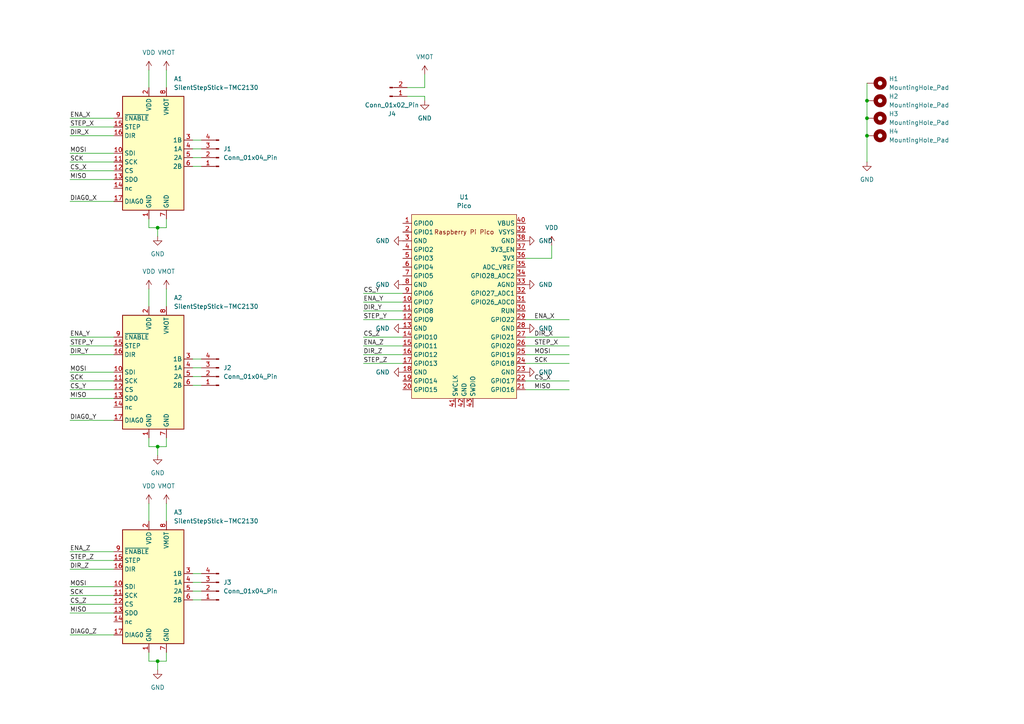
<source format=kicad_sch>
(kicad_sch (version 20250114) (generator "eeschema") (generator_version "9.0")
  (paper "A4")
  (lib_symbols
    (symbol "Connector:Conn_01x02_Pin" (pin_names (offset 1.016) (hide yes))
      (property "Reference" "J" (at 0 2.54 0))
      (property "Value" "Conn_01x02_Pin" (at 0 -5.08 0))
      (symbol "Conn_01x02_Pin_1_1"
        (rectangle (start 0.8636 0.127) (end 0 -0.127) (stroke (width 0.1524)) (fill (type outline)))
        (rectangle (start 0.8636 -2.413) (end 0 -2.667) (stroke (width 0.1524)) (fill (type outline)))
        (polyline (pts (xy 1.27 0) (xy 0.8636 0)) (stroke (width 0.1524)))
        (polyline (pts (xy 1.27 -2.54) (xy 0.8636 -2.54)) (stroke (width 0.1524)))
        (pin passive line (at 5.08 0 180) (length 3.81) (name "Pin_1") (number "1"))
        (pin passive line (at 5.08 -2.54 180) (length 3.81) (name "Pin_2") (number "2"))
      )
    )
    (symbol "Connector:Conn_01x04_Pin" (pin_names (offset 1.016) (hide yes))
      (property "Reference" "J" (at 0 5.08 0))
      (property "Value" "Conn_01x04_Pin" (at 0 -7.62 0))
      (symbol "Conn_01x04_Pin_1_1"
        (rectangle (start 0.8636 2.667) (end 0 2.413) (stroke (width 0.1524)) (fill (type outline)))
        (rectangle (start 0.8636 0.127) (end 0 -0.127) (stroke (width 0.1524)) (fill (type outline)))
        (rectangle (start 0.8636 -2.413) (end 0 -2.667) (stroke (width 0.1524)) (fill (type outline)))
        (rectangle (start 0.8636 -4.953) (end 0 -5.207) (stroke (width 0.1524)) (fill (type outline)))
        (polyline (pts (xy 1.27 2.54) (xy 0.8636 2.54)) (stroke (width 0.1524)))
        (polyline (pts (xy 1.27 0) (xy 0.8636 0)) (stroke (width 0.1524)))
        (polyline (pts (xy 1.27 -2.54) (xy 0.8636 -2.54)) (stroke (width 0.1524)))
        (polyline (pts (xy 1.27 -5.08) (xy 0.8636 -5.08)) (stroke (width 0.1524)))
        (pin passive line (at 5.08 2.54 180) (length 3.81) (name "Pin_1") (number "1"))
        (pin passive line (at 5.08 0 180) (length 3.81) (name "Pin_2") (number "2"))
        (pin passive line (at 5.08 -2.54 180) (length 3.81) (name "Pin_3") (number "3"))
        (pin passive line (at 5.08 -5.08 180) (length 3.81) (name "Pin_4") (number "4"))
      )
    )
    (symbol "Mechanical:MountingHole_Pad" (pin_numbers (hide yes)) (pin_names (offset 1.016) (hide yes)) (exclude_from_sim yes) (in_bom no)
      (property "Reference" "H" (at 0 6.35 0))
      (property "Value" "MountingHole_Pad" (at 0 4.445 0))
      (symbol "MountingHole_Pad_0_1"
        (circle (center 0 1.27) (radius 1.27) (stroke (width 1.27)))
      )
      (symbol "MountingHole_Pad_1_1"
        (pin input line (at 0 -2.54 90) (length 2.54) (name "1") (number "1"))
      )
    )
    (symbol "pico:Pico"
      (property "Reference" "U" (at -13.97 27.94 0))
      (property "Value" "Pico" (at 0 19.05 0))
      (symbol "Pico_0_0"
        (text "Raspberry Pi Pico" (at 0 21.59 0) (effects (font (size 1.27 1.27))))
      )
      (symbol "Pico_0_1"
        (rectangle (start -15.24 26.67) (end 15.24 -26.67) (fill (type background)))
      )
      (symbol "Pico_1_1"
        (pin bidirectional line (at -17.78 24.13 0) (length 2.54) (name "GPIO0") (number "1"))
        (pin bidirectional line (at -17.78 21.59 0) (length 2.54) (name "GPIO1") (number "2"))
        (pin power_in line (at -17.78 19.05 0) (length 2.54) (name "GND") (number "3"))
        (pin bidirectional line (at -17.78 16.51 0) (length 2.54) (name "GPIO2") (number "4"))
        (pin bidirectional line (at -17.78 13.97 0) (length 2.54) (name "GPIO3") (number "5"))
        (pin bidirectional line (at -17.78 11.43 0) (length 2.54) (name "GPIO4") (number "6"))
        (pin bidirectional line (at -17.78 8.89 0) (length 2.54) (name "GPIO5") (number "7"))
        (pin power_in line (at -17.78 6.35 0) (length 2.54) (name "GND") (number "8"))
        (pin bidirectional line (at -17.78 3.81 0) (length 2.54) (name "GPIO6") (number "9"))
        (pin bidirectional line (at -17.78 1.27 0) (length 2.54) (name "GPIO7") (number "10"))
        (pin bidirectional line (at -17.78 -1.27 0) (length 2.54) (name "GPIO8") (number "11"))
        (pin bidirectional line (at -17.78 -3.81 0) (length 2.54) (name "GPIO9") (number "12"))
        (pin power_in line (at -17.78 -6.35 0) (length 2.54) (name "GND") (number "13"))
        (pin bidirectional line (at -17.78 -8.89 0) (length 2.54) (name "GPIO10") (number "14"))
        (pin bidirectional line (at -17.78 -11.43 0) (length 2.54) (name "GPIO11") (number "15"))
        (pin bidirectional line (at -17.78 -13.97 0) (length 2.54) (name "GPIO12") (number "16"))
        (pin bidirectional line (at -17.78 -16.51 0) (length 2.54) (name "GPIO13") (number "17"))
        (pin power_in line (at -17.78 -19.05 0) (length 2.54) (name "GND") (number "18"))
        (pin bidirectional line (at -17.78 -21.59 0) (length 2.54) (name "GPIO14") (number "19"))
        (pin bidirectional line (at -17.78 -24.13 0) (length 2.54) (name "GPIO15") (number "20"))
        (pin input line (at -2.54 -29.21 90) (length 2.54) (name "SWCLK") (number "41"))
        (pin power_in line (at 0 -29.21 90) (length 2.54) (name "GND") (number "42"))
        (pin bidirectional line (at 2.54 -29.21 90) (length 2.54) (name "SWDIO") (number "43"))
        (pin power_in line (at 17.78 24.13 180) (length 2.54) (name "VBUS") (number "40"))
        (pin power_in line (at 17.78 21.59 180) (length 2.54) (name "VSYS") (number "39"))
        (pin bidirectional line (at 17.78 19.05 180) (length 2.54) (name "GND") (number "38"))
        (pin input line (at 17.78 16.51 180) (length 2.54) (name "3V3_EN") (number "37"))
        (pin power_in line (at 17.78 13.97 180) (length 2.54) (name "3V3") (number "36"))
        (pin power_in line (at 17.78 11.43 180) (length 2.54) (name "ADC_VREF") (number "35"))
        (pin bidirectional line (at 17.78 8.89 180) (length 2.54) (name "GPIO28_ADC2") (number "34"))
        (pin power_in line (at 17.78 6.35 180) (length 2.54) (name "AGND") (number "33"))
        (pin bidirectional line (at 17.78 3.81 180) (length 2.54) (name "GPIO27_ADC1") (number "32"))
        (pin bidirectional line (at 17.78 1.27 180) (length 2.54) (name "GPIO26_ADC0") (number "31"))
        (pin input line (at 17.78 -1.27 180) (length 2.54) (name "RUN") (number "30"))
        (pin bidirectional line (at 17.78 -3.81 180) (length 2.54) (name "GPIO22") (number "29"))
        (pin power_in line (at 17.78 -6.35 180) (length 2.54) (name "GND") (number "28"))
        (pin bidirectional line (at 17.78 -8.89 180) (length 2.54) (name "GPIO21") (number "27"))
        (pin bidirectional line (at 17.78 -11.43 180) (length 2.54) (name "GPIO20") (number "26"))
        (pin bidirectional line (at 17.78 -13.97 180) (length 2.54) (name "GPIO19") (number "25"))
        (pin bidirectional line (at 17.78 -16.51 180) (length 2.54) (name "GPIO18") (number "24"))
        (pin power_in line (at 17.78 -19.05 180) (length 2.54) (name "GND") (number "23"))
        (pin bidirectional line (at 17.78 -21.59 180) (length 2.54) (name "GPIO17") (number "22"))
        (pin bidirectional line (at 17.78 -24.13 180) (length 2.54) (name "GPIO16") (number "21"))
      )
    )
    (symbol "power:GND" (power) (pin_numbers (hide yes)) (pin_names (offset 0) (hide yes))
      (property "Value" "GND" (at 0 -3.81 0))
      (symbol "GND_0_1"
        (polyline (pts (xy 0 0) (xy 0 -1.27) (xy 1.27 -1.27) (xy 0 -2.54) (xy -1.27 -1.27) (xy 0 -1.27)))
      )
      (symbol "GND_1_1"
        (pin power_in line (at 0 0 270) (length 0) (name "~") (number "1"))
      )
    )
    (symbol "power:VBUS" (power) (pin_numbers (hide yes)) (pin_names (offset 0) (hide yes))
      (property "Value" "VBUS" (at 0 3.556 0))
      (symbol "VBUS_0_1"
        (polyline (pts (xy -0.762 1.27) (xy 0 2.54)))
        (polyline (pts (xy 0 2.54) (xy 0.762 1.27)))
        (polyline (pts (xy 0 0) (xy 0 2.54)))
      )
      (symbol "VBUS_1_1"
        (pin power_in line (at 0 0 90) (length 0) (name "~") (number "1"))
      )
    )
    (symbol "power:VDD" (power) (pin_numbers (hide yes)) (pin_names (offset 0) (hide yes))
      (property "Value" "VDD" (at 0 3.556 0))
      (symbol "VDD_0_1"
        (polyline (pts (xy -0.762 1.27) (xy 0 2.54)))
        (polyline (pts (xy 0 2.54) (xy 0.762 1.27)))
        (polyline (pts (xy 0 0) (xy 0 2.54)))
      )
      (symbol "VDD_1_1"
        (pin power_in line (at 0 0 90) (length 0) (name "~") (number "1"))
      )
    )
    (symbol "stepper_laas:Pololu_Breakout_A4988_1"
      (property "Reference" "A1" (at 7.2741 20.32 0))
      (property "Value" "SilentStepStick-TMC2130" (at -26.67 18.796 0))
      (symbol "Pololu_Breakout_A4988_1_0_1"
        (rectangle (start -7.62 15.24) (end 10.16 -17.78) (stroke (width 0.254)) (fill (type background)))
      )
      (symbol "Pololu_Breakout_A4988_1_1_1"
        (pin input line (at -10.16 8.89 0) (length 2.54) (name "~{ENABLE}") (number "9"))
        (pin input line (at -10.16 6.35 0) (length 2.54) (name "STEP") (number "15"))
        (pin input line (at -10.16 3.81 0) (length 2.54) (name "DIR") (number "16"))
        (pin input line (at -10.16 -1.27 0) (length 2.54) (name "SDI") (number "10"))
        (pin input line (at -10.16 -3.81 0) (length 2.54) (name "SCK") (number "11"))
        (pin input line (at -10.16 -6.35 0) (length 2.54) (name "CS") (number "12"))
        (pin input line (at -10.16 -8.89 0) (length 2.54) (name "SDO") (number "13"))
        (pin free line (at -10.16 -11.43 0) (length 2.54) (name "nc") (number "14"))
        (pin output line (at -10.16 -15.24 0) (length 2.54) (name "DIAG0") (number "17"))
        (pin power_in line (at 0 17.78 270) (length 2.54) (name "VDD") (number "2"))
        (pin power_in line (at 0 -20.32 90) (length 2.54) (name "GND") (number "1"))
        (pin power_in line (at 5.08 17.78 270) (length 2.54) (name "VMOT") (number "8"))
        (pin power_in line (at 5.08 -20.32 90) (length 2.54) (name "GND") (number "7"))
        (pin output line (at 12.7 2.54 180) (length 2.54) (name "1B") (number "3"))
        (pin output line (at 12.7 0 180) (length 2.54) (name "1A") (number "4"))
        (pin output line (at 12.7 -2.54 180) (length 2.54) (name "2A") (number "5"))
        (pin output line (at 12.7 -5.08 180) (length 2.54) (name "2B") (number "6"))
      )
    )
  )
  (junction (at 45.72 129.54))
  (junction (at 251.46 34.29))
  (junction (at 45.72 191.77))
  (junction (at 45.72 66.04))
  (junction (at 251.46 39.37))
  (junction (at 251.46 29.21))
  (wire (pts (xy 43.18 189.23) (xy 43.18 191.77)))
  (wire (pts (xy 20.32 58.42) (xy 33.02 58.42)))
  (wire (pts (xy 105.41 85.09) (xy 116.84 85.09)))
  (wire (pts (xy 45.72 191.77) (xy 48.26 191.77)))
  (wire (pts (xy 20.32 113.03) (xy 33.02 113.03)))
  (wire (pts (xy 123.19 27.94) (xy 123.19 29.21)))
  (wire (pts (xy 48.26 66.04) (xy 48.26 63.5)))
  (wire (pts (xy 20.32 184.15) (xy 33.02 184.15)))
  (wire (pts (xy 20.32 175.26) (xy 33.02 175.26)))
  (wire (pts (xy 105.41 92.71) (xy 116.84 92.71)))
  (wire (pts (xy 20.32 160.02) (xy 33.02 160.02)))
  (wire (pts (xy 20.32 52.07) (xy 33.02 52.07)))
  (wire (pts (xy 20.32 121.92) (xy 33.02 121.92)))
  (wire (pts (xy 152.4 74.93) (xy 160.02 74.93)))
  (wire (pts (xy 48.26 129.54) (xy 48.26 127)))
  (wire (pts (xy 152.4 105.41) (xy 165.1 105.41)))
  (wire (pts (xy 43.18 191.77) (xy 45.72 191.77)))
  (wire (pts (xy 48.26 191.77) (xy 48.26 189.23)))
  (wire (pts (xy 20.32 39.37) (xy 33.02 39.37)))
  (wire (pts (xy 160.02 74.93) (xy 160.02 71.12)))
  (wire (pts (xy 20.32 170.18) (xy 33.02 170.18)))
  (wire (pts (xy 105.41 105.41) (xy 116.84 105.41)))
  (wire (pts (xy 45.72 191.77) (xy 45.72 194.31)))
  (wire (pts (xy 20.32 115.57) (xy 33.02 115.57)))
  (wire (pts (xy 20.32 165.1) (xy 33.02 165.1)))
  (wire (pts (xy 55.88 168.91) (xy 58.42 168.91)))
  (wire (pts (xy 251.46 24.13) (xy 251.46 29.21)))
  (wire (pts (xy 20.32 46.99) (xy 33.02 46.99)))
  (wire (pts (xy 152.4 97.79) (xy 165.1 97.79)))
  (wire (pts (xy 152.4 92.71) (xy 165.1 92.71)))
  (wire (pts (xy 105.41 97.79) (xy 116.84 97.79)))
  (wire (pts (xy 20.32 44.45) (xy 33.02 44.45)))
  (wire (pts (xy 55.88 171.45) (xy 58.42 171.45)))
  (wire (pts (xy 48.26 146.05) (xy 48.26 151.13)))
  (wire (pts (xy 20.32 34.29) (xy 33.02 34.29)))
  (wire (pts (xy 20.32 172.72) (xy 33.02 172.72)))
  (wire (pts (xy 251.46 34.29) (xy 251.46 39.37)))
  (wire (pts (xy 105.41 90.17) (xy 116.84 90.17)))
  (wire (pts (xy 20.32 36.83) (xy 33.02 36.83)))
  (wire (pts (xy 55.88 166.37) (xy 58.42 166.37)))
  (wire (pts (xy 45.72 66.04) (xy 48.26 66.04)))
  (wire (pts (xy 20.32 110.49) (xy 33.02 110.49)))
  (wire (pts (xy 105.41 100.33) (xy 116.84 100.33)))
  (wire (pts (xy 55.88 104.14) (xy 58.42 104.14)))
  (wire (pts (xy 105.41 87.63) (xy 116.84 87.63)))
  (wire (pts (xy 55.88 45.72) (xy 58.42 45.72)))
  (wire (pts (xy 251.46 29.21) (xy 251.46 34.29)))
  (wire (pts (xy 48.26 83.82) (xy 48.26 88.9)))
  (wire (pts (xy 55.88 111.76) (xy 58.42 111.76)))
  (wire (pts (xy 45.72 129.54) (xy 48.26 129.54)))
  (wire (pts (xy 251.46 39.37) (xy 251.46 46.99)))
  (wire (pts (xy 20.32 107.95) (xy 33.02 107.95)))
  (wire (pts (xy 20.32 177.8) (xy 33.02 177.8)))
  (wire (pts (xy 45.72 66.04) (xy 45.72 68.58)))
  (wire (pts (xy 55.88 40.64) (xy 58.42 40.64)))
  (wire (pts (xy 55.88 48.26) (xy 58.42 48.26)))
  (wire (pts (xy 118.11 27.94) (xy 123.19 27.94)))
  (wire (pts (xy 152.4 113.03) (xy 165.1 113.03)))
  (wire (pts (xy 118.11 25.4) (xy 123.19 25.4)))
  (wire (pts (xy 55.88 173.99) (xy 58.42 173.99)))
  (wire (pts (xy 152.4 102.87) (xy 165.1 102.87)))
  (wire (pts (xy 55.88 43.18) (xy 58.42 43.18)))
  (wire (pts (xy 43.18 20.32) (xy 43.18 25.4)))
  (wire (pts (xy 45.72 129.54) (xy 45.72 132.08)))
  (wire (pts (xy 48.26 20.32) (xy 48.26 25.4)))
  (wire (pts (xy 20.32 162.56) (xy 33.02 162.56)))
  (wire (pts (xy 20.32 102.87) (xy 33.02 102.87)))
  (wire (pts (xy 55.88 106.68) (xy 58.42 106.68)))
  (wire (pts (xy 152.4 110.49) (xy 165.1 110.49)))
  (wire (pts (xy 43.18 127) (xy 43.18 129.54)))
  (wire (pts (xy 20.32 49.53) (xy 33.02 49.53)))
  (wire (pts (xy 152.4 100.33) (xy 165.1 100.33)))
  (wire (pts (xy 55.88 109.22) (xy 58.42 109.22)))
  (wire (pts (xy 123.19 25.4) (xy 123.19 21.59)))
  (wire (pts (xy 43.18 66.04) (xy 45.72 66.04)))
  (wire (pts (xy 20.32 97.79) (xy 33.02 97.79)))
  (wire (pts (xy 43.18 146.05) (xy 43.18 151.13)))
  (wire (pts (xy 20.32 100.33) (xy 33.02 100.33)))
  (wire (pts (xy 105.41 102.87) (xy 116.84 102.87)))
  (wire (pts (xy 43.18 129.54) (xy 45.72 129.54)))
  (wire (pts (xy 43.18 63.5) (xy 43.18 66.04)))
  (wire (pts (xy 43.18 83.82) (xy 43.18 88.9)))
  (label "STEP_X" (at 154.94 100.33 0))
  (label "DIR_X" (at 20.32 39.37 0))
  (label "DIR_X" (at 154.94 97.79 0))
  (label "DIR_Y" (at 20.32 102.87 0))
  (label "MOSI" (at 20.32 170.18 0))
  (label "MISO" (at 154.94 113.03 0))
  (label "ENA_Y" (at 105.41 87.63 0))
  (label "ENA_Z" (at 105.41 100.33 0))
  (label "STEP_X" (at 20.32 36.83 0))
  (label "CS_Z" (at 105.41 97.79 0))
  (label "MOSI" (at 20.32 44.45 0))
  (label "SCK" (at 20.32 46.99 0))
  (label "DIR_Z" (at 105.41 102.87 0))
  (label "DIAG0_Z" (at 20.32 184.15 0))
  (label "ENA_X" (at 154.94 92.71 0))
  (label "SCK" (at 154.94 105.41 0))
  (label "CS_Y" (at 20.32 113.03 0))
  (label "STEP_Y" (at 105.41 92.71 0))
  (label "MISO" (at 20.32 52.07 0))
  (label "SCK" (at 20.32 110.49 0))
  (label "DIAG0_Y" (at 20.32 121.92 0))
  (label "SCK" (at 20.32 172.72 0))
  (label "ENA_Z" (at 20.32 160.02 0))
  (label "DIR_Y" (at 105.41 90.17 0))
  (label "DIR_Z" (at 20.32 165.1 0))
  (label "ENA_X" (at 20.32 34.29 0))
  (label "STEP_Y" (at 20.32 100.33 0))
  (label "CS_X" (at 154.94 110.49 0))
  (label "DIAG0_X" (at 20.32 58.42 0))
  (label "ENA_Y" (at 20.32 97.79 0))
  (label "MISO" (at 20.32 177.8 0))
  (label "CS_Z" (at 20.32 175.26 0))
  (label "MOSI" (at 20.32 107.95 0))
  (label "STEP_Z" (at 105.41 105.41 0))
  (label "STEP_Z" (at 20.32 162.56 0))
  (label "MISO" (at 20.32 115.57 0))
  (label "CS_X" (at 20.32 49.53 0))
  (label "CS_Y" (at 105.41 85.09 0))
  (label "MOSI" (at 154.94 102.87 0))
  (symbol (lib_id "power:VDD") (at 43.18 83.82 0) (unit 1)
    (property "Reference" "#PWR04" (effects (hide yes)))
    (property "Value" "VDD" (at 43.18 78.74 0))
    (property "Description" "Power symbol creates a global label with name \"VDD\"" (effects (hide yes)))
  )
  (symbol (lib_id "power:GND") (at 152.4 107.95 90) (unit 1)
    (property "Reference" "#PWR021" (effects (hide yes)))
    (property "Value" "GND" (at 156.21 107.9499 90) (effects (justify right)))
    (property "Description" "Power symbol creates a global label with name \"GND\" , ground" (effects (hide yes)))
  )
  (symbol (lib_id "Mechanical:MountingHole_Pad") (at 254 29.21 270) (unit 1) (exclude_from_sim yes) (in_bom no)
    (property "Reference" "H2" (at 257.81 27.9399 90) (effects (justify left)))
    (property "Value" "MountingHole_Pad" (at 257.81 30.4799 90) (effects (justify left)))
    (property "Footprint" "MountingHole:MountingHole_2.5mm_Pad_TopBottom" (effects (hide yes)))
    (property "Description" "Mounting Hole with connection" (effects (hide yes)))
  )
  (symbol (lib_id "power:VBUS") (at 48.26 20.32 0) (unit 1)
    (property "Reference" "#PWR02" (effects (hide yes)))
    (property "Value" "VMOT" (at 48.26 15.24 0))
    (property "Description" "Power symbol creates a global label with name \"VBUS\"" (effects (hide yes)))
  )
  (symbol (lib_id "stepper_laas:Pololu_Breakout_A4988_1") (at 43.18 106.68 0) (unit 1)
    (property "Reference" "A2" (at 50.4033 86.36 0) (effects (justify left)))
    (property "Value" "SilentStepStick-TMC2130" (at 50.4033 88.9 0) (effects (justify left)))
    (property "Footprint" "Module:Pololu_Breakout-16_15.2x20.3mm" (effects (hide yes)))
    (property "Description" "SilentStepStick-TMC2130" (effects (hide yes)))
  )
  (symbol (lib_id "Connector:Conn_01x04_Pin") (at 63.5 171.45 180) (unit 1)
    (property "Reference" "J3" (at 64.77 168.9099 0) (effects (justify right)))
    (property "Value" "Conn_01x04_Pin" (at 64.77 171.4499 0) (effects (justify right)))
    (property "Footprint" "Connector_JST:JST_EH_B4B-EH-A_1x04_P2.50mm_Vertical" (effects (hide yes)))
    (property "Description" "Generic connector, single row, 01x04, script generated" (effects (hide yes)))
  )
  (symbol (lib_id "stepper_laas:Pololu_Breakout_A4988_1") (at 43.18 168.91 0) (unit 1)
    (property "Reference" "A3" (at 50.4033 148.59 0) (effects (justify left)))
    (property "Value" "SilentStepStick-TMC2130" (at 50.4033 151.13 0) (effects (justify left)))
    (property "Footprint" "Module:Pololu_Breakout-16_15.2x20.3mm" (effects (hide yes)))
    (property "Description" "SilentStepStick-TMC2130" (effects (hide yes)))
  )
  (symbol (lib_id "Connector:Conn_01x02_Pin") (at 113.03 27.94 0) (mirror x) (unit 1)
    (property "Reference" "J4" (at 113.665 33.02 0))
    (property "Value" "Conn_01x02_Pin" (at 113.665 30.48 0))
    (property "Footprint" "Connector_AMASS:AMASS_XT30PW-M_1x02_P2.50mm_Horizontal" (effects (hide yes)))
    (property "Description" "Generic connector, single row, 01x02, script generated" (effects (hide yes)))
  )
  (symbol (lib_id "power:VBUS") (at 48.26 146.05 0) (unit 1)
    (property "Reference" "#PWR09" (effects (hide yes)))
    (property "Value" "VMOT" (at 48.26 140.97 0))
    (property "Description" "Power symbol creates a global label with name \"VBUS\"" (effects (hide yes)))
  )
  (symbol (lib_id "power:VBUS") (at 48.26 83.82 0) (unit 1)
    (property "Reference" "#PWR06" (effects (hide yes)))
    (property "Value" "VMOT" (at 48.26 78.74 0))
    (property "Description" "Power symbol creates a global label with name \"VBUS\"" (effects (hide yes)))
  )
  (symbol (lib_id "power:GND") (at 45.72 68.58 0) (unit 1)
    (property "Reference" "#PWR01" (effects (hide yes)))
    (property "Value" "GND" (at 45.72 73.66 0))
    (property "Description" "Power symbol creates a global label with name \"GND\" , ground" (effects (hide yes)))
  )
  (symbol (lib_id "power:VBUS") (at 123.19 21.59 0) (unit 1)
    (property "Reference" "#PWR011" (effects (hide yes)))
    (property "Value" "VMOT" (at 123.19 16.51 0))
    (property "Description" "Power symbol creates a global label with name \"VBUS\"" (effects (hide yes)))
  )
  (symbol (lib_id "Mechanical:MountingHole_Pad") (at 254 24.13 270) (unit 1) (exclude_from_sim yes) (in_bom no)
    (property "Reference" "H1" (at 257.81 22.8599 90) (effects (justify left)))
    (property "Value" "MountingHole_Pad" (at 257.81 25.3999 90) (effects (justify left)))
    (property "Footprint" "MountingHole:MountingHole_2.5mm_Pad_TopBottom" (effects (hide yes)))
    (property "Description" "Mounting Hole with connection" (effects (hide yes)))
  )
  (symbol (lib_id "power:GND") (at 152.4 69.85 90) (unit 1)
    (property "Reference" "#PWR015" (effects (hide yes)))
    (property "Value" "GND" (at 156.21 69.8499 90) (effects (justify right)))
    (property "Description" "Power symbol creates a global label with name \"GND\" , ground" (effects (hide yes)))
  )
  (symbol (lib_id "power:GND") (at 116.84 107.95 270) (unit 1)
    (property "Reference" "#PWR019" (effects (hide yes)))
    (property "Value" "GND" (at 113.03 107.9499 90) (effects (justify right)))
    (property "Description" "Power symbol creates a global label with name \"GND\" , ground" (effects (hide yes)))
  )
  (symbol (lib_id "power:VDD") (at 43.18 146.05 0) (unit 1)
    (property "Reference" "#PWR07" (effects (hide yes)))
    (property "Value" "VDD" (at 43.18 140.97 0))
    (property "Description" "Power symbol creates a global label with name \"VDD\"" (effects (hide yes)))
  )
  (symbol (lib_id "power:GND") (at 45.72 194.31 0) (unit 1)
    (property "Reference" "#PWR08" (effects (hide yes)))
    (property "Value" "GND" (at 45.72 199.39 0))
    (property "Description" "Power symbol creates a global label with name \"GND\" , ground" (effects (hide yes)))
  )
  (symbol (lib_id "power:VDD") (at 160.02 71.12 0) (unit 1)
    (property "Reference" "#PWR010" (effects (hide yes)))
    (property "Value" "VDD" (at 160.02 66.04 0))
    (property "Description" "Power symbol creates a global label with name \"VDD\"" (effects (hide yes)))
  )
  (symbol (lib_id "power:GND") (at 116.84 69.85 270) (unit 1)
    (property "Reference" "#PWR017" (effects (hide yes)))
    (property "Value" "GND" (at 113.03 69.8499 90) (effects (justify right)))
    (property "Description" "Power symbol creates a global label with name \"GND\" , ground" (effects (hide yes)))
  )
  (symbol (lib_id "power:GND") (at 116.84 95.25 270) (unit 1)
    (property "Reference" "#PWR018" (effects (hide yes)))
    (property "Value" "GND" (at 113.03 95.2499 90) (effects (justify right)))
    (property "Description" "Power symbol creates a global label with name \"GND\" , ground" (effects (hide yes)))
  )
  (symbol (lib_id "power:GND") (at 123.19 29.21 0) (unit 1)
    (property "Reference" "#PWR012" (effects (hide yes)))
    (property "Value" "GND" (at 123.19 34.29 0))
    (property "Description" "Power symbol creates a global label with name \"GND\" , ground" (effects (hide yes)))
  )
  (symbol (lib_id "pico:Pico") (at 134.62 88.9 0) (unit 1)
    (property "Reference" "U1" (at 134.62 57.15 0))
    (property "Value" "Pico" (at 134.62 59.69 0))
    (property "Footprint" "MCU_RaspberryPi_and_Boards:RPi_Pico_SMD_TH" (effects (hide yes)))
  )
  (symbol (lib_id "stepper_laas:Pololu_Breakout_A4988_1") (at 43.18 43.18 0) (unit 1)
    (property "Reference" "A1" (at 50.4033 22.86 0) (effects (justify left)))
    (property "Value" "SilentStepStick-TMC2130" (at 50.4033 25.4 0) (effects (justify left)))
    (property "Footprint" "Module:Pololu_Breakout-16_15.2x20.3mm" (effects (hide yes)))
    (property "Description" "SilentStepStick-TMC2130" (effects (hide yes)))
  )
  (symbol (lib_id "Mechanical:MountingHole_Pad") (at 254 34.29 270) (unit 1) (exclude_from_sim yes) (in_bom no)
    (property "Reference" "H3" (at 257.81 33.0199 90) (effects (justify left)))
    (property "Value" "MountingHole_Pad" (at 257.81 35.5599 90) (effects (justify left)))
    (property "Footprint" "MountingHole:MountingHole_2.5mm_Pad_TopBottom" (effects (hide yes)))
    (property "Description" "Mounting Hole with connection" (effects (hide yes)))
  )
  (symbol (lib_id "Connector:Conn_01x04_Pin") (at 63.5 109.22 180) (unit 1)
    (property "Reference" "J2" (at 64.77 106.6799 0) (effects (justify right)))
    (property "Value" "Conn_01x04_Pin" (at 64.77 109.2199 0) (effects (justify right)))
    (property "Footprint" "Connector_JST:JST_EH_B4B-EH-A_1x04_P2.50mm_Vertical" (effects (hide yes)))
    (property "Description" "Generic connector, single row, 01x04, script generated" (effects (hide yes)))
  )
  (symbol (lib_id "power:GND") (at 152.4 95.25 90) (unit 1)
    (property "Reference" "#PWR016" (effects (hide yes)))
    (property "Value" "GND" (at 156.21 95.2499 90) (effects (justify right)))
    (property "Description" "Power symbol creates a global label with name \"GND\" , ground" (effects (hide yes)))
  )
  (symbol (lib_id "power:GND") (at 152.4 82.55 90) (unit 1)
    (property "Reference" "#PWR014" (effects (hide yes)))
    (property "Value" "GND" (at 156.21 82.5499 90) (effects (justify right)))
    (property "Description" "Power symbol creates a global label with name \"GND\" , ground" (effects (hide yes)))
  )
  (symbol (lib_id "power:GND") (at 45.72 132.08 0) (unit 1)
    (property "Reference" "#PWR05" (effects (hide yes)))
    (property "Value" "GND" (at 45.72 137.16 0))
    (property "Description" "Power symbol creates a global label with name \"GND\" , ground" (effects (hide yes)))
  )
  (symbol (lib_id "power:GND") (at 251.46 46.99 0) (unit 1)
    (property "Reference" "#PWR013" (effects (hide yes)))
    (property "Value" "GND" (at 251.46 52.07 0))
    (property "Description" "Power symbol creates a global label with name \"GND\" , ground" (effects (hide yes)))
  )
  (symbol (lib_id "power:VDD") (at 43.18 20.32 0) (unit 1)
    (property "Reference" "#PWR03" (effects (hide yes)))
    (property "Value" "VDD" (at 43.18 15.24 0))
    (property "Description" "Power symbol creates a global label with name \"VDD\"" (effects (hide yes)))
  )
  (symbol (lib_id "Connector:Conn_01x04_Pin") (at 63.5 45.72 180) (unit 1)
    (property "Reference" "J1" (at 64.77 43.1799 0) (effects (justify right)))
    (property "Value" "Conn_01x04_Pin" (at 64.77 45.7199 0) (effects (justify right)))
    (property "Footprint" "Connector_JST:JST_EH_B4B-EH-A_1x04_P2.50mm_Vertical" (effects (hide yes)))
    (property "Description" "Generic connector, single row, 01x04, script generated" (effects (hide yes)))
  )
  (symbol (lib_id "Mechanical:MountingHole_Pad") (at 254 39.37 270) (unit 1) (exclude_from_sim yes) (in_bom no)
    (property "Reference" "H4" (at 257.81 38.0999 90) (effects (justify left)))
    (property "Value" "MountingHole_Pad" (at 257.81 40.6399 90) (effects (justify left)))
    (property "Footprint" "MountingHole:MountingHole_2.5mm_Pad_TopBottom" (effects (hide yes)))
    (property "Description" "Mounting Hole with connection" (effects (hide yes)))
  )
  (symbol (lib_id "power:GND") (at 116.84 82.55 270) (unit 1)
    (property "Reference" "#PWR020" (effects (hide yes)))
    (property "Value" "GND" (at 113.03 82.5499 90) (effects (justify right)))
    (property "Description" "Power symbol creates a global label with name \"GND\" , ground" (effects (hide yes)))
  )
)
</source>
